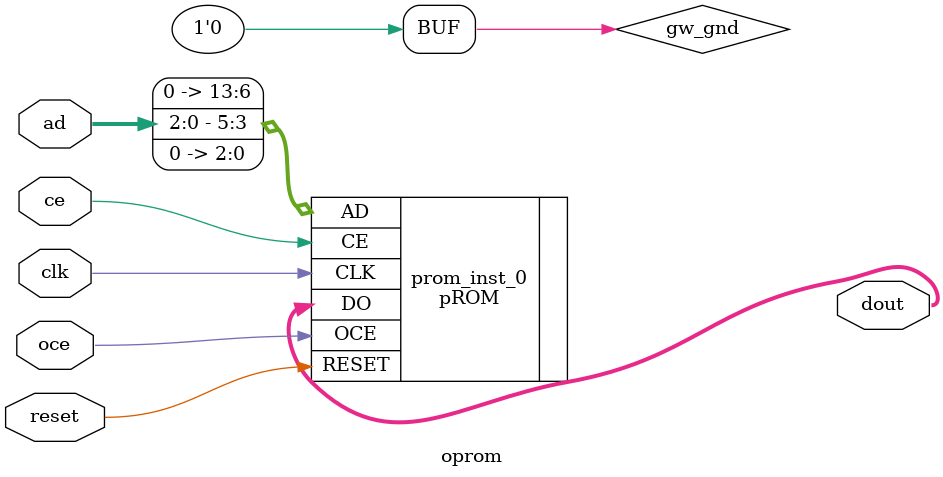
<source format=v>

module oprom (dout, clk, oce, ce, reset, ad);

output [7:0] dout;
input clk;
input oce;
input ce;
input reset;
input [2:0] ad;

wire gw_gnd;

assign gw_gnd = 1'b0;

pROM prom_inst_0 (
    .DO(dout[7:0]),
    .CLK(clk),
    .OCE(oce),
    .CE(ce),
    .RESET(reset),
    .AD({gw_gnd,gw_gnd,gw_gnd,gw_gnd,gw_gnd,gw_gnd,gw_gnd,gw_gnd,ad[2:0],gw_gnd,gw_gnd,gw_gnd})
);

defparam prom_inst_0.READ_MODE = 1'b0;
defparam prom_inst_0.BIT_WIDTH = 8;
defparam prom_inst_0.RESET_MODE = "SYNC";

endmodule //oprom

</source>
